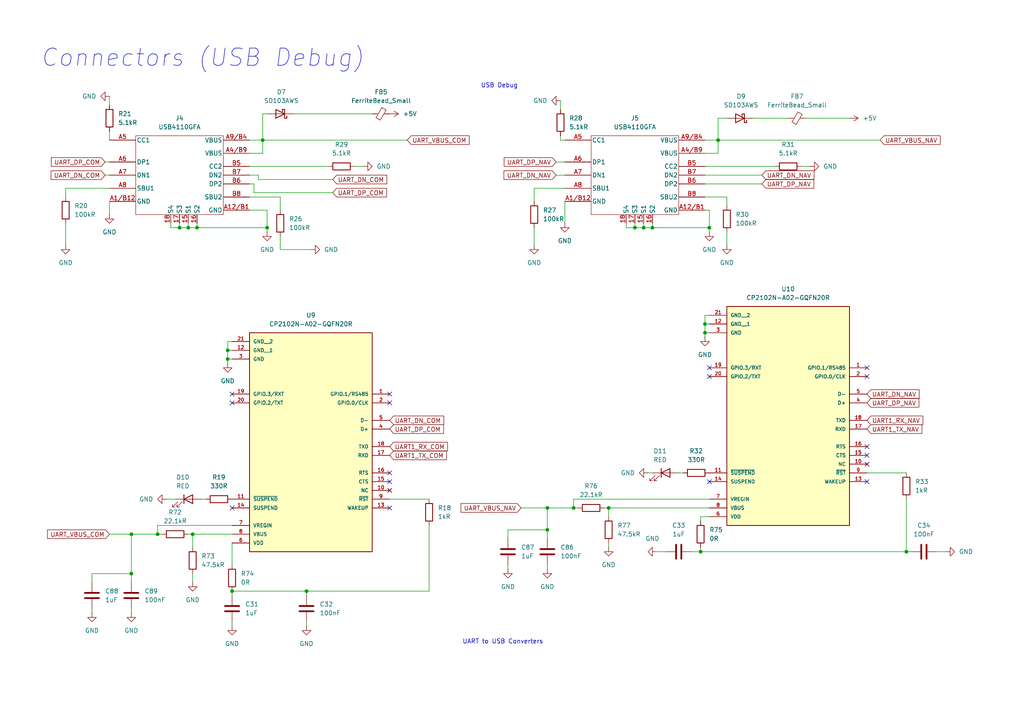
<source format=kicad_sch>
(kicad_sch (version 20231120) (generator "eeschema") (generator_version "8.0")
  (paper "A4")
  (title_block (title "Carte_Embarquée_CRAN_SEGULA") (date "28/03/2025") (rev "11/04/2025"))
  (lib_symbols
    (symbol "Capacitor_Unpolarized:C" (pin_numbers hide) (pin_names (offset 0.254))
      (property "Reference" "C" (at 0.635 2.54 0))
      (property "Value" "C" (at 0.635 -2.54 0))
      (symbol "C_0_1"
        (polyline (pts (xy -2.032 -0.762) (xy 2.032 -0.762)) (stroke (width 0.508)))
        (polyline (pts (xy -2.032 0.762) (xy 2.032 0.762)) (stroke (width 0.508)))
      )
      (symbol "C_1_1"
        (pin passive line (at 0 3.81 270) (length 2.794) (name "~") (number "1"))
        (pin passive line (at 0 -3.81 90) (length 2.794) (name "~") (number "2"))
      )
    )
    (symbol "LED:LED" (pin_numbers hide) (pin_names (offset 1.016) hide)
      (property "Reference" "D" (at 0 2.54 0))
      (property "Value" "LED" (at 0 -2.54 0))
      (symbol "LED_0_1"
        (polyline (pts (xy -1.27 -1.27) (xy -1.27 1.27)) (stroke (width 0.254)))
        (polyline (pts (xy -1.27 0) (xy 1.27 0)))
        (polyline (pts (xy 1.27 -1.27) (xy 1.27 1.27) (xy -1.27 0) (xy 1.27 -1.27)) (stroke (width 0.254)))
        (polyline (pts (xy -3.048 -0.762) (xy -4.572 -2.286) (xy -3.81 -2.286) (xy -4.572 -2.286) (xy -4.572 -1.524)))
        (polyline (pts (xy -1.778 -0.762) (xy -3.302 -2.286) (xy -2.54 -2.286) (xy -3.302 -2.286) (xy -3.302 -1.524)))
      )
      (symbol "LED_1_1"
        (pin passive line (at -3.81 0 0) (length 2.54) (name "K") (number "1"))
        (pin passive line (at 3.81 0 180) (length 2.54) (name "A") (number "2"))
      )
    )
    (symbol "Resistor:R" (pin_numbers hide) (pin_names (offset 0))
      (property "Reference" "R" (at 2.032 0 90))
      (property "Value" "R" (at 0 0 90))
      (symbol "R_0_1"
        (rectangle (start -1.016 -2.54) (end 1.016 2.54) (stroke (width 0.254)))
      )
      (symbol "R_1_1"
        (pin passive line (at 0 3.81 270) (length 1.27) (name "~") (number "1"))
        (pin passive line (at 0 -3.81 90) (length 1.27) (name "~") (number "2"))
      )
    )
    (symbol "UART_TO_USB_CP2102N-A02-GQFN20R:CP2102N-A02-GQFN20R" (pin_names (offset 1.016))
      (property "Reference" "U" (at -17.78 27.94 0))
      (property "Value" "CP2102N-A02-GQFN20R" (at -17.78 -38.1 0))
      (symbol "CP2102N-A02-GQFN20R_0_0"
        (rectangle (start -17.78 -35.56) (end 17.78 27.94) (stroke (width 0.254)) (fill (type background)))
        (pin bidirectional line (at -22.86 -17.78 0) (length 5.08) (name "GPIO.1/RS485") (number "1"))
        (pin no_connect line (at -22.86 10.16 0) (length 5.08) (name "NC") (number "10"))
        (pin output line (at 22.86 12.7 180) (length 5.08) (name "~{SUSPEND}") (number "11"))
        (pin power_in line (at 22.86 -30.48 180) (length 5.08) (name "GND__1") (number "12"))
        (pin input line (at -22.86 15.24 0) (length 5.08) (name "WAKEUP") (number "13"))
        (pin output line (at 22.86 15.24 180) (length 5.08) (name "SUSPEND") (number "14"))
        (pin input line (at -22.86 7.62 0) (length 5.08) (name "CTS") (number "15"))
        (pin output line (at -22.86 5.08 0) (length 5.08) (name "RTS") (number "16"))
        (pin input line (at -22.86 0 0) (length 5.08) (name "RXD") (number "17"))
        (pin output line (at -22.86 -2.54 0) (length 5.08) (name "TXD") (number "18"))
        (pin bidirectional line (at 22.86 -17.78 180) (length 5.08) (name "GPIO.3/RXT") (number "19"))
        (pin bidirectional line (at -22.86 -15.24 0) (length 5.08) (name "GPIO.0/CLK") (number "2"))
        (pin bidirectional line (at 22.86 -15.24 180) (length 5.08) (name "GPIO.2/TXT") (number "20"))
        (pin power_in line (at 22.86 -33.02 180) (length 5.08) (name "GND__2") (number "21"))
        (pin power_in line (at 22.86 -27.94 180) (length 5.08) (name "GND") (number "3"))
        (pin bidirectional line (at -22.86 -7.62 0) (length 5.08) (name "D+") (number "4"))
        (pin bidirectional line (at -22.86 -10.16 0) (length 5.08) (name "D-") (number "5"))
        (pin power_in line (at 22.86 25.4 180) (length 5.08) (name "VDD") (number "6"))
        (pin power_in line (at 22.86 20.32 180) (length 5.08) (name "VREGIN") (number "7"))
        (pin power_in line (at 22.86 22.86 180) (length 5.08) (name "VBUS") (number "8"))
        (pin input line (at -22.86 12.7 0) (length 5.08) (name "~{RST}") (number "9"))
      )
    )
    (symbol "USB4110GFA:USB4110-GF-A" (pin_names (offset 0.254))
      (property "Reference" "J" (at 20.32 10.16 0))
      (property "Value" "USB4110-GF-A" (at 20.32 7.62 0))
      (symbol "USB4110-GF-A_0_0"
        (pin power_out line (at 22.86 -20.32 90) (length 2.54) (name "S1") (number "15"))
        (pin power_out line (at 25.4 -20.32 90) (length 2.54) (name "S2") (number "16"))
        (pin power_out line (at 20.32 -20.32 90) (length 2.54) (name "S3") (number "17"))
        (pin power_out line (at 17.78 -20.32 90) (length 2.54) (name "S4") (number "18"))
      )
      (symbol "USB4110-GF-A_0_1"
        (polyline (pts (xy 7.62 -17.78) (xy 33.02 -17.78)) (stroke (width 0.127)))
        (polyline (pts (xy 7.62 5.08) (xy 7.62 -17.78)) (stroke (width 0.127)))
        (polyline (pts (xy 33.02 -17.78) (xy 33.02 5.08)) (stroke (width 0.127)))
        (polyline (pts (xy 33.02 5.08) (xy 7.62 5.08)) (stroke (width 0.127)))
        (pin power_out line (at 0 -13.97 0) (length 7.62) (name "GND") (number "A1/B12"))
        (pin power_out line (at 40.64 -16.51 180) (length 7.62) (name "GND") (number "A12/B1"))
        (pin power_in line (at 40.64 0 180) (length 7.62) (name "VBUS") (number "A4/B9"))
        (pin bidirectional line (at 0 3.81 0) (length 7.62) (name "CC1") (number "A5"))
        (pin bidirectional line (at 0 -2.54 0) (length 7.62) (name "DP1") (number "A6"))
        (pin bidirectional line (at 0 -6.35 0) (length 7.62) (name "DN1") (number "A7"))
        (pin bidirectional line (at 0 -10.16 0) (length 7.62) (name "SBU1") (number "A8"))
        (pin power_in line (at 40.64 3.81 180) (length 7.62) (name "VBUS") (number "A9/B4"))
        (pin bidirectional line (at 40.64 -3.81 180) (length 7.62) (name "CC2") (number "B5"))
        (pin bidirectional line (at 40.64 -8.89 180) (length 7.62) (name "DP2") (number "B6"))
        (pin bidirectional line (at 40.64 -6.35 180) (length 7.62) (name "DN2") (number "B7"))
        (pin bidirectional line (at 40.64 -12.7 180) (length 7.62) (name "SBU2") (number "B8"))
      )
    )
    (symbol "ferritebead_small:FerriteBead_Small" (pin_numbers hide) (pin_names (offset 0))
      (property "Reference" "FB" (at 1.905 1.27 0))
      (property "Value" "FerriteBead_Small" (at 1.905 -1.27 0))
      (symbol "FerriteBead_Small_0_1"
        (polyline (pts (xy 0 -1.27) (xy 0 -0.7874)))
        (polyline (pts (xy 0 0.889) (xy 0 1.2954)))
        (polyline (pts (xy -1.8288 0.2794) (xy -1.1176 1.4986) (xy 1.8288 -0.2032) (xy 1.1176 -1.4224) (xy -1.8288 0.2794)))
      )
      (symbol "FerriteBead_Small_1_1"
        (pin passive line (at 0 2.54 270) (length 1.27) (name "~") (number "1"))
        (pin passive line (at 0 -2.54 90) (length 1.27) (name "~") (number "2"))
      )
    )
    (symbol "power:+5V" (power) (pin_numbers hide) (pin_names (offset 0) hide)
      (property "Value" "+5V" (at 0 3.556 0))
      (symbol "+5V_0_1"
        (polyline (pts (xy -0.762 1.27) (xy 0 2.54)))
        (polyline (pts (xy 0 0) (xy 0 2.54)))
        (polyline (pts (xy 0 2.54) (xy 0.762 1.27)))
      )
      (symbol "+5V_1_1"
        (pin power_in line (at 0 0 90) (length 0) (name "~") (number "1"))
      )
    )
    (symbol "power:GND" (power) (pin_numbers hide) (pin_names (offset 0) hide)
      (property "Value" "GND" (at 0 -3.81 0))
      (symbol "GND_0_1"
        (polyline (pts (xy 0 0) (xy 0 -1.27) (xy 1.27 -1.27) (xy 0 -2.54) (xy -1.27 -1.27) (xy 0 -1.27)))
      )
      (symbol "GND_1_1"
        (pin power_in line (at 0 0 270) (length 0) (name "~") (number "1"))
      )
    )
    (symbol "schottky_SD103AWS:D_Schottky" (pin_numbers hide) (pin_names (offset 1.016) hide)
      (property "Reference" "D3" (at 0 -5.4864 0))
      (property "Value" "SD103AWS" (at 0 -3.175 0))
      (symbol "D_Schottky_0_1"
        (polyline (pts (xy 1.27 0) (xy -1.27 0)))
        (polyline (pts (xy 1.27 1.27) (xy 1.27 -1.27) (xy -1.27 0) (xy 1.27 1.27)) (stroke (width 0.254)))
        (polyline (pts (xy -1.905 0.635) (xy -1.905 1.27) (xy -1.27 1.27) (xy -1.27 -1.27) (xy -0.635 -1.27) (xy -0.635 -0.635)) (stroke (width 0.254)))
      )
      (symbol "D_Schottky_1_1"
        (pin passive line (at -3.81 0 0) (length 2.54) (name "K") (number "1"))
        (pin passive line (at 3.81 0 180) (length 2.54) (name "A") (number "2"))
      )
    )
  )
  (junction (at 88.9 171.45))
  (junction (at 186.69 66.04))
  (junction (at 38.1 154.94))
  (junction (at 54.61 66.04))
  (junction (at 158.75 147.32))
  (junction (at 205.74 66.04))
  (junction (at 208.28 40.64))
  (junction (at 66.04 104.14))
  (junction (at 203.2 160.02))
  (junction (at 189.23 66.04))
  (junction (at 45.72 154.94))
  (junction (at 77.47 66.04))
  (junction (at 204.47 96.52))
  (junction (at 166.37 147.32))
  (junction (at 184.15 66.04))
  (junction (at 262.89 160.02))
  (junction (at 57.15 66.04))
  (junction (at 176.53 147.32))
  (junction (at 158.75 153.67))
  (junction (at 52.07 66.04))
  (junction (at 67.31 171.45))
  (junction (at 66.04 101.6))
  (junction (at 76.2 40.64))
  (junction (at 38.1 166.37))
  (junction (at 55.88 154.94))
  (junction (at 204.47 93.98))
  (no_connect (at 113.03 139.7))
  (no_connect (at 251.46 109.22))
  (no_connect (at 205.74 139.7))
  (no_connect (at 251.46 132.08))
  (no_connect (at 113.03 147.32))
  (no_connect (at 251.46 106.68))
  (no_connect (at 67.31 147.32))
  (no_connect (at 251.46 139.7))
  (no_connect (at 67.31 116.84))
  (no_connect (at 113.03 137.16))
  (no_connect (at 251.46 129.54))
  (no_connect (at 251.46 134.62))
  (no_connect (at 113.03 116.84))
  (no_connect (at 205.74 109.22))
  (no_connect (at 205.74 106.68))
  (no_connect (at 113.03 114.3))
  (no_connect (at 67.31 114.3))
  (no_connect (at 113.03 142.24))
  (wire (pts (xy 77.47 60.96) (xy 77.47 66.04)))
  (wire (pts (xy 208.28 40.64) (xy 208.28 44.45)))
  (wire (pts (xy 57.15 66.04) (xy 57.15 64.77)))
  (wire (pts (xy 166.37 144.78) (xy 166.37 147.32)))
  (wire (pts (xy 205.74 60.96) (xy 204.47 60.96)))
  (wire (pts (xy 186.69 66.04) (xy 186.69 64.77)))
  (wire (pts (xy 204.47 44.45) (xy 208.28 44.45)))
  (wire (pts (xy 76.2 40.64) (xy 118.11 40.64)))
  (wire (pts (xy 204.47 40.64) (xy 208.28 40.64)))
  (wire (pts (xy 208.28 34.29) (xy 208.28 40.64)))
  (wire (pts (xy 66.04 99.06) (xy 67.31 99.06)))
  (wire (pts (xy 264.16 160.02) (xy 262.89 160.02)))
  (wire (pts (xy 38.1 154.94) (xy 45.72 154.94)))
  (wire (pts (xy 158.75 156.21) (xy 158.75 153.67)))
  (wire (pts (xy 76.2 40.64) (xy 76.2 44.45)))
  (wire (pts (xy 72.39 48.26) (xy 95.25 48.26)))
  (wire (pts (xy 181.61 66.04) (xy 184.15 66.04)))
  (wire (pts (xy 176.53 157.48) (xy 176.53 158.75)))
  (wire (pts (xy 57.15 66.04) (xy 77.47 66.04)))
  (wire (pts (xy 204.47 48.26) (xy 224.79 48.26)))
  (wire (pts (xy 73.66 55.88) (xy 73.66 53.34)))
  (wire (pts (xy 54.61 66.04) (xy 54.61 64.77)))
  (wire (pts (xy 31.75 58.42) (xy 31.75 62.23)))
  (wire (pts (xy 166.37 147.32) (xy 167.64 147.32)))
  (wire (pts (xy 205.74 144.78) (xy 166.37 144.78)))
  (wire (pts (xy 158.75 165.1) (xy 158.75 163.83)))
  (wire (pts (xy 66.04 105.41) (xy 66.04 104.14)))
  (wire (pts (xy 208.28 40.64) (xy 255.27 40.64)))
  (wire (pts (xy 85.09 33.02) (xy 107.95 33.02)))
  (wire (pts (xy 49.53 66.04) (xy 49.53 64.77)))
  (wire (pts (xy 72.39 40.64) (xy 76.2 40.64)))
  (wire (pts (xy 74.93 52.07) (xy 74.93 50.8)))
  (wire (pts (xy 74.93 52.07) (xy 96.52 52.07)))
  (wire (pts (xy 73.66 53.34) (xy 72.39 53.34)))
  (wire (pts (xy 189.23 66.04) (xy 205.74 66.04)))
  (wire (pts (xy 19.05 64.77) (xy 19.05 71.12)))
  (wire (pts (xy 30.48 46.99) (xy 31.75 46.99)))
  (wire (pts (xy 158.75 153.67) (xy 158.75 147.32)))
  (wire (pts (xy 210.82 67.31) (xy 210.82 71.12)))
  (wire (pts (xy 162.56 39.37) (xy 162.56 40.64)))
  (wire (pts (xy 76.2 33.02) (xy 76.2 40.64)))
  (wire (pts (xy 204.47 91.44) (xy 205.74 91.44)))
  (wire (pts (xy 147.32 153.67) (xy 158.75 153.67)))
  (wire (pts (xy 176.53 147.32) (xy 205.74 147.32)))
  (wire (pts (xy 38.1 177.8) (xy 38.1 176.53)))
  (wire (pts (xy 55.88 154.94) (xy 55.88 158.75)))
  (wire (pts (xy 30.48 50.8) (xy 31.75 50.8)))
  (wire (pts (xy 26.67 168.91) (xy 26.67 166.37)))
  (wire (pts (xy 49.53 66.04) (xy 52.07 66.04)))
  (wire (pts (xy 176.53 147.32) (xy 176.53 149.86)))
  (wire (pts (xy 186.69 66.04) (xy 189.23 66.04)))
  (wire (pts (xy 113.03 144.78) (xy 124.46 144.78)))
  (wire (pts (xy 163.83 40.64) (xy 162.56 40.64)))
  (wire (pts (xy 161.29 46.99) (xy 163.83 46.99)))
  (wire (pts (xy 154.94 54.61) (xy 163.83 54.61)))
  (wire (pts (xy 102.87 48.26) (xy 105.41 48.26)))
  (wire (pts (xy 67.31 171.45) (xy 88.9 171.45)))
  (wire (pts (xy 204.47 93.98) (xy 204.47 91.44)))
  (wire (pts (xy 151.13 147.32) (xy 158.75 147.32)))
  (wire (pts (xy 124.46 171.45) (xy 88.9 171.45)))
  (wire (pts (xy 204.47 96.52) (xy 205.74 96.52)))
  (wire (pts (xy 205.74 67.31) (xy 205.74 66.04)))
  (wire (pts (xy 203.2 149.86) (xy 205.74 149.86)))
  (wire (pts (xy 204.47 53.34) (xy 220.98 53.34)))
  (wire (pts (xy 55.88 166.37) (xy 55.88 168.91)))
  (wire (pts (xy 26.67 166.37) (xy 38.1 166.37)))
  (wire (pts (xy 262.89 144.78) (xy 262.89 160.02)))
  (wire (pts (xy 67.31 181.61) (xy 67.31 180.34)))
  (wire (pts (xy 81.28 72.39) (xy 90.17 72.39)))
  (wire (pts (xy 31.75 27.94) (xy 31.75 30.48)))
  (wire (pts (xy 67.31 157.48) (xy 67.31 163.83)))
  (wire (pts (xy 163.83 58.42) (xy 163.83 64.77)))
  (wire (pts (xy 181.61 66.04) (xy 181.61 64.77)))
  (wire (pts (xy 200.66 160.02) (xy 203.2 160.02)))
  (wire (pts (xy 48.26 144.78) (xy 50.8 144.78)))
  (wire (pts (xy 251.46 137.16) (xy 262.89 137.16)))
  (wire (pts (xy 190.5 160.02) (xy 193.04 160.02)))
  (wire (pts (xy 205.74 60.96) (xy 205.74 66.04)))
  (wire (pts (xy 19.05 57.15) (xy 19.05 54.61)))
  (wire (pts (xy 66.04 101.6) (xy 67.31 101.6)))
  (wire (pts (xy 81.28 68.58) (xy 81.28 72.39)))
  (wire (pts (xy 38.1 168.91) (xy 38.1 166.37)))
  (wire (pts (xy 184.15 66.04) (xy 186.69 66.04)))
  (wire (pts (xy 161.29 50.8) (xy 163.83 50.8)))
  (wire (pts (xy 233.68 34.29) (xy 246.38 34.29)))
  (wire (pts (xy 232.41 48.26) (xy 234.95 48.26)))
  (wire (pts (xy 203.2 160.02) (xy 262.89 160.02)))
  (wire (pts (xy 204.47 57.15) (xy 210.82 57.15)))
  (wire (pts (xy 77.47 66.04) (xy 77.47 67.31)))
  (wire (pts (xy 66.04 101.6) (xy 66.04 99.06)))
  (wire (pts (xy 76.2 33.02) (xy 77.47 33.02)))
  (wire (pts (xy 204.47 97.79) (xy 204.47 96.52)))
  (wire (pts (xy 204.47 93.98) (xy 205.74 93.98)))
  (wire (pts (xy 147.32 156.21) (xy 147.32 153.67)))
  (wire (pts (xy 203.2 158.75) (xy 203.2 160.02)))
  (wire (pts (xy 196.85 137.16) (xy 198.12 137.16)))
  (wire (pts (xy 147.32 165.1) (xy 147.32 163.83)))
  (wire (pts (xy 189.23 66.04) (xy 189.23 64.77)))
  (wire (pts (xy 203.2 149.86) (xy 203.2 151.13)))
  (wire (pts (xy 45.72 154.94) (xy 46.99 154.94)))
  (wire (pts (xy 274.32 160.02) (xy 271.78 160.02)))
  (wire (pts (xy 88.9 171.45) (xy 88.9 172.72)))
  (wire (pts (xy 88.9 181.61) (xy 88.9 180.34)))
  (wire (pts (xy 26.67 177.8) (xy 26.67 176.53)))
  (wire (pts (xy 154.94 58.42) (xy 154.94 54.61)))
  (wire (pts (xy 19.05 54.61) (xy 31.75 54.61)))
  (wire (pts (xy 31.75 154.94) (xy 38.1 154.94)))
  (wire (pts (xy 162.56 29.21) (xy 162.56 31.75)))
  (wire (pts (xy 184.15 66.04) (xy 184.15 64.77)))
  (wire (pts (xy 54.61 66.04) (xy 57.15 66.04)))
  (wire (pts (xy 210.82 57.15) (xy 210.82 59.69)))
  (wire (pts (xy 55.88 154.94) (xy 67.31 154.94)))
  (wire (pts (xy 72.39 57.15) (xy 81.28 57.15)))
  (wire (pts (xy 176.53 147.32) (xy 175.26 147.32)))
  (wire (pts (xy 66.04 104.14) (xy 66.04 101.6)))
  (wire (pts (xy 66.04 104.14) (xy 67.31 104.14)))
  (wire (pts (xy 73.66 55.88) (xy 96.52 55.88)))
  (wire (pts (xy 72.39 44.45) (xy 76.2 44.45)))
  (wire (pts (xy 45.72 152.4) (xy 45.72 154.94)))
  (wire (pts (xy 67.31 152.4) (xy 45.72 152.4)))
  (wire (pts (xy 81.28 57.15) (xy 81.28 60.96)))
  (wire (pts (xy 31.75 38.1) (xy 31.75 40.64)))
  (wire (pts (xy 204.47 96.52) (xy 204.47 93.98)))
  (wire (pts (xy 158.75 147.32) (xy 166.37 147.32)))
  (wire (pts (xy 154.94 66.04) (xy 154.94 71.12)))
  (wire (pts (xy 67.31 171.45) (xy 67.31 172.72)))
  (wire (pts (xy 58.42 144.78) (xy 59.69 144.78)))
  (wire (pts (xy 38.1 154.94) (xy 38.1 166.37)))
  (wire (pts (xy 72.39 50.8) (xy 74.93 50.8)))
  (wire (pts (xy 54.61 154.94) (xy 55.88 154.94)))
  (wire (pts (xy 208.28 34.29) (xy 210.82 34.29)))
  (wire (pts (xy 52.07 66.04) (xy 54.61 66.04)))
  (wire (pts (xy 204.47 50.8) (xy 220.98 50.8)))
  (wire (pts (xy 124.46 152.4) (xy 124.46 171.45)))
  (wire (pts (xy 52.07 66.04) (xy 52.07 64.77)))
  (wire (pts (xy 218.44 34.29) (xy 228.6 34.29)))
  (wire (pts (xy 187.96 137.16) (xy 189.23 137.16)))
  (wire (pts (xy 72.39 60.96) (xy 77.47 60.96)))
  (text "UART to USB Converters" (at 134.112 186.944 0) (effects (font (size 1.27 1.27)) (justify left bottom)))
  (text "USB Debug" (at 139.446 25.654 0) (effects (font (size 1.27 1.27)) (justify left bottom)))
  (text "Connectors (USB Debug)" (at 11.684 19.812 0) (effects (font (size 5.0038 5.0038) (italic yes)) (justify left bottom)))
  (global_label "UART_DN_COM" (shape input) (at 96.52 52.07 0) (property "Intersheetrefs" "${INTERSHEET_REFS}" (effects (hide yes))))
  (global_label "UART_DP_NAV" (shape input) (at 161.29 46.99 180) (property "Intersheetrefs" "${INTERSHEET_REFS}" (effects (hide yes))))
  (global_label "UART_DP_COM" (shape input) (at 113.03 124.46 0) (property "Intersheetrefs" "${INTERSHEET_REFS}" (effects (hide yes))))
  (global_label "UART_DP_COM" (shape input) (at 30.48 46.99 180) (property "Intersheetrefs" "${INTERSHEET_REFS}" (effects (hide yes))))
  (global_label "UART1_TX_NAV" (shape input) (at 251.46 124.46 0) (property "Intersheetrefs" "${INTERSHEET_REFS}" (effects (hide yes))))
  (global_label "UART_VBUS_NAV" (shape input) (at 151.13 147.32 180) (property "Intersheetrefs" "${INTERSHEET_REFS}" (effects (hide yes))))
  (global_label "UART1_TX_COM" (shape input) (at 113.03 132.08 0) (property "Intersheetrefs" "${INTERSHEET_REFS}" (effects (hide yes))))
  (global_label "UART_VBUS_COM" (shape input) (at 31.75 154.94 180) (property "Intersheetrefs" "${INTERSHEET_REFS}" (effects (hide yes))))
  (global_label "UART_DP_COM" (shape input) (at 96.52 55.88 0) (property "Intersheetrefs" "${INTERSHEET_REFS}" (effects (hide yes))))
  (global_label "UART_DN_NAV" (shape input) (at 161.29 50.8 180) (property "Intersheetrefs" "${INTERSHEET_REFS}" (effects (hide yes))))
  (global_label "UART_DN_COM" (shape input) (at 30.48 50.8 180) (property "Intersheetrefs" "${INTERSHEET_REFS}" (effects (hide yes))))
  (global_label "UART_DP_NAV" (shape input) (at 251.46 116.84 0) (property "Intersheetrefs" "${INTERSHEET_REFS}" (effects (hide yes))))
  (global_label "UART_DN_NAV" (shape input) (at 251.46 114.3 0) (property "Intersheetrefs" "${INTERSHEET_REFS}" (effects (hide yes))))
  (global_label "UART_DN_COM" (shape input) (at 113.03 121.92 0) (property "Intersheetrefs" "${INTERSHEET_REFS}" (effects (hide yes))))
  (global_label "UART_VBUS_COM" (shape input) (at 118.11 40.64 0) (property "Intersheetrefs" "${INTERSHEET_REFS}" (effects (hide yes))))
  (global_label "UART_DN_NAV" (shape input) (at 220.98 50.8 0) (property "Intersheetrefs" "${INTERSHEET_REFS}" (effects (hide yes))))
  (global_label "UART_DP_NAV" (shape input) (at 220.98 53.34 0) (property "Intersheetrefs" "${INTERSHEET_REFS}" (effects (hide yes))))
  (global_label "UART1_RX_NAV" (shape input) (at 251.46 121.92 0) (property "Intersheetrefs" "${INTERSHEET_REFS}" (effects (hide yes))))
  (global_label "UART1_RX_COM" (shape input) (at 113.03 129.54 0) (property "Intersheetrefs" "${INTERSHEET_REFS}" (effects (hide yes))))
  (global_label "UART_VBUS_NAV" (shape input) (at 255.27 40.64 0) (property "Intersheetrefs" "${INTERSHEET_REFS}" (effects (hide yes))))
  (symbol (lib_id "Resistor:R") (at 210.82 63.5 0) (unit 1)
    (property "Reference" "R30" (at 213.36 62.2299 0) (effects (justify left)))
    (property "Value" "100kR" (at 213.36 64.7699 0) (effects (justify left)))
    (property "Footprint" "Resistor_100kR_ERJ-2RKF1003X:RES_ERJ2RKF1003X" (effects (hide yes)))
    (property "Datasheet" "ERJ-2RKF1003X" (effects (hide yes)))
    (property "Description" "Resistor ERJ-2RKF1003X" (effects (hide yes)))
  )
  (symbol (lib_id "Resistor:R") (at 55.88 162.56 0) (unit 1)
    (property "Reference" "R73" (at 58.42 161.2899 0) (effects (justify left)))
    (property "Value" "47.5kR" (at 58.42 163.8299 0) (effects (justify left)))
    (property "Footprint" "Resistor_47_5kR_ERJ-2RKF4752X:RESC1005X40N" (effects (hide yes)))
    (property "Datasheet" "ERJ-2RKF4752X" (effects (hide yes)))
    (property "Description" "Resistor ERJ-2RKF4752X" (effects (hide yes)))
  )
  (symbol (lib_id "power:GND") (at 55.88 168.91 0) (unit 1)
    (property "Reference" "#PWR184" (effects (hide yes)))
    (property "Value" "GND" (at 55.88 173.99 0))
    (property "Description" "Power symbol creates a global label with name \"GND\" , ground" (effects (hide yes)))
  )
  (symbol (lib_id "ferritebead_small:FerriteBead_Small") (at 110.49 33.02 270) (unit 1)
    (property "Reference" "FB5" (at 110.5281 26.67 90))
    (property "Value" "FerriteBead_Small" (at 110.5281 29.21 90))
    (property "Footprint" "FERRITE_BEAD_120_OHM_0402_4LN_MPZ1005S121HT000:L_0402_1005Metric" (effects (hide yes)))
    (property "Description" "Ferrite bead, small symbol" (effects (hide yes)))
  )
  (symbol (lib_id "Resistor:R") (at 201.93 137.16 90) (unit 1)
    (property "Reference" "R32" (at 201.93 130.81 90))
    (property "Value" "330R" (at 201.93 133.35 90))
    (property "Footprint" "Resistor_330R_ERJ-PA3D3300V:RES_ERJPA3D3300V" (effects (hide yes)))
    (property "Datasheet" "ERJ-PA3D3300V" (effects (hide yes)))
    (property "Description" "Resistor ERJ-PA3D3300V" (effects (hide yes)))
  )
  (symbol (lib_id "power:GND") (at 158.75 165.1 0) (unit 1)
    (property "Reference" "#PWR187" (effects (hide yes)))
    (property "Value" "GND" (at 158.75 170.18 0))
    (property "Description" "Power symbol creates a global label with name \"GND\" , ground" (effects (hide yes)))
  )
  (symbol (lib_id "power:GND") (at 234.95 48.26 90) (unit 1)
    (property "Reference" "#PWR85" (effects (hide yes)))
    (property "Value" "GND" (at 238.76 48.2599 90) (effects (justify right)))
    (property "Description" "Power symbol creates a global label with name \"GND\" , ground" (effects (hide yes)))
  )
  (symbol (lib_id "Resistor:R") (at 81.28 64.77 0) (unit 1)
    (property "Reference" "R26" (at 83.82 63.4999 0) (effects (justify left)))
    (property "Value" "100kR" (at 83.82 66.0399 0) (effects (justify left)))
    (property "Footprint" "Resistor_100kR_ERJ-2RKF1003X:RES_ERJ2RKF1003X" (effects (hide yes)))
    (property "Datasheet" "ERJ-2RKF1003X" (effects (hide yes)))
    (property "Description" "Resistor ERJ-2RKF1003X" (effects (hide yes)))
  )
  (symbol (lib_id "LED:LED") (at 54.61 144.78 0) (unit 1)
    (property "Reference" "D10" (at 53.0225 138.43 0))
    (property "Value" "RED" (at 53.0225 140.97 0))
    (property "Footprint" "LED_Red_5990010007F:599-0001-007F_DIA" (effects (hide yes)))
    (property "Datasheet" "5990010007F" (effects (hide yes)))
    (property "Description" "Light emitting diode 5990010007F" (effects (hide yes)))
  )
  (symbol (lib_id "Resistor:R") (at 162.56 35.56 0) (unit 1)
    (property "Reference" "R28" (at 165.1 34.2899 0) (effects (justify left)))
    (property "Value" "5.1kR" (at 165.1 36.8299 0) (effects (justify left)))
    (property "Footprint" "Resistor_5_1kR_ERJ-2RKF5101X:RES_ERJ2RKF5101X" (effects (hide yes)))
    (property "Datasheet" "ERJ-2RKF5101X" (effects (hide yes)))
    (property "Description" "Resistor ERJ-2RKF5101X" (effects (hide yes)))
  )
  (symbol (lib_id "Resistor:R") (at 67.31 167.64 0) (unit 1)
    (property "Reference" "R74" (at 69.85 166.3699 0) (effects (justify left)))
    (property "Value" "0R" (at 69.85 168.9099 0) (effects (justify left)))
    (property "Footprint" "Resistor_0R_RCS06030000Z0EC:RESC1508X50N" (effects (hide yes)))
    (property "Datasheet" "RCS06030000Z0EC" (effects (hide yes)))
    (property "Description" "Resistor RCS06030000Z0EC" (effects (hide yes)))
  )
  (symbol (lib_id "power:GND") (at 190.5 160.02 270) (unit 1)
    (property "Reference" "#PWR93" (effects (hide yes)))
    (property "Value" "GND" (at 189.23 156.21 90))
    (property "Description" "Power symbol creates a global label with name \"GND\" , ground" (effects (hide yes)))
  )
  (symbol (lib_id "Resistor:R") (at 171.45 147.32 90) (unit 1)
    (property "Reference" "R76" (at 171.45 140.97 90))
    (property "Value" "22.1kR" (at 171.45 143.51 90))
    (property "Footprint" "Resistor_22_1kR_RC0402FR-0722K1L:RESC1005X40N" (effects (hide yes)))
    (property "Datasheet" "RC0402FR-0722K1L" (effects (hide yes)))
    (property "Description" "Resistor RC0402FR-0722K1L" (effects (hide yes)))
  )
  (symbol (lib_id "Capacitor_Unpolarized:C") (at 88.9 176.53 0) (unit 1)
    (property "Reference" "C32" (at 92.71 175.2599 0) (effects (justify left)))
    (property "Value" "100nF" (at 92.71 177.7999 0) (effects (justify left)))
    (property "Footprint" "Capacitor_100nF_GRM155C71H104JE19D:CAPC1005X55N" (effects (hide yes)))
    (property "Datasheet" "GRM155C71H104JE19D" (effects (hide yes)))
    (property "Description" "Unpolarized capacitor GRM155C71H104JE19D" (effects (hide yes)))
  )
  (symbol (lib_id "Capacitor_Unpolarized:C") (at 67.31 176.53 0) (unit 1)
    (property "Reference" "C31" (at 71.12 175.2599 0) (effects (justify left)))
    (property "Value" "1uF" (at 71.12 177.7999 0) (effects (justify left)))
    (property "Footprint" "Capacitor_1uF_C0603C105Z3VACTU:CAPC17595_90N_KEM" (effects (hide yes)))
    (property "Datasheet" "C1608X5R1E105K080AC" (effects (hide yes)))
    (property "Description" "Unpolarized capacitor C1608X5R1E105K080AC" (effects (hide yes)))
  )
  (symbol (lib_id "power:GND") (at 187.96 137.16 270) (unit 1)
    (property "Reference" "#PWR91" (effects (hide yes)))
    (property "Value" "GND" (at 184.15 137.1599 90) (effects (justify right)))
    (property "Description" "Power symbol creates a global label with name \"GND\" , ground" (effects (hide yes)))
  )
  (symbol (lib_id "schottky_SD103AWS:D_Schottky") (at 214.63 34.29 180) (unit 1)
    (property "Reference" "D9" (at 214.9475 27.94 0))
    (property "Value" "SD103AWS" (at 214.9475 30.48 0))
    (property "Footprint" "D_Schottky_SD103AWS:D_SOD-323" (effects (hide yes)))
  )
  (symbol (lib_id "Capacitor_Unpolarized:C") (at 158.75 160.02 0) (unit 1)
    (property "Reference" "C86" (at 162.56 158.7499 0) (effects (justify left)))
    (property "Value" "100nF" (at 162.56 161.2899 0) (effects (justify left)))
    (property "Footprint" "Capacitor_100nF_GRM155C71H104JE19D:CAPC1005X55N" (effects (hide yes)))
    (property "Datasheet" "GRM155C71H104JE19D" (effects (hide yes)))
    (property "Description" "Unpolarized capacitor GRM155C71H104JE19D" (effects (hide yes)))
  )
  (symbol (lib_id "Resistor:R") (at 63.5 144.78 90) (unit 1)
    (property "Reference" "R19" (at 63.5 138.43 90))
    (property "Value" "330R" (at 63.5 140.97 90))
    (property "Footprint" "Resistor_330R_ERJ-PA3D3300V:RES_ERJPA3D3300V" (effects (hide yes)))
    (property "Datasheet" "ERJ-PA3D3300V" (effects (hide yes)))
    (property "Description" "Resistor ERJ-PA3D3300V" (effects (hide yes)))
  )
  (symbol (lib_id "power:GND") (at 90.17 72.39 90) (unit 1)
    (property "Reference" "#PWR78" (effects (hide yes)))
    (property "Value" "GND" (at 93.98 72.3899 90) (effects (justify right)))
    (property "Description" "Power symbol creates a global label with name \"GND\" , ground" (effects (hide yes)))
  )
  (symbol (lib_id "power:GND") (at 77.47 67.31 0) (unit 1)
    (property "Reference" "#PWR77" (effects (hide yes)))
    (property "Value" "GND" (at 77.47 72.39 0))
    (property "Description" "Power symbol creates a global label with name \"GND\" , ground" (effects (hide yes)))
  )
  (symbol (lib_id "power:GND") (at 31.75 62.23 0) (unit 1)
    (property "Reference" "#PWR100" (effects (hide yes)))
    (property "Value" "GND" (at 31.75 67.31 0))
    (property "Description" "Power symbol creates a global label with name \"GND\" , ground" (effects (hide yes)))
  )
  (symbol (lib_id "Capacitor_Unpolarized:C") (at 196.85 160.02 270) (unit 1)
    (property "Reference" "C33" (at 196.85 152.4 90))
    (property "Value" "1uF" (at 196.85 154.94 90))
    (property "Footprint" "Capacitor_1uF_C0603C105Z3VACTU:CAPC17595_90N_KEM" (effects (hide yes)))
    (property "Datasheet" "C1608X5R1E105K080AC" (effects (hide yes)))
    (property "Description" "Unpolarized capacitor C1608X5R1E105K080AC" (effects (hide yes)))
  )
  (symbol (lib_id "power:GND") (at 38.1 177.8 0) (unit 1)
    (property "Reference" "#PWR189" (effects (hide yes)))
    (property "Value" "GND" (at 38.1 182.88 0))
    (property "Description" "Power symbol creates a global label with name \"GND\" , ground" (effects (hide yes)))
  )
  (symbol (lib_id "Capacitor_Unpolarized:C") (at 38.1 172.72 0) (unit 1)
    (property "Reference" "C89" (at 41.91 171.4499 0) (effects (justify left)))
    (property "Value" "100nF" (at 41.91 173.9899 0) (effects (justify left)))
    (property "Footprint" "Capacitor_100nF_GRM155C71H104JE19D:CAPC1005X55N" (effects (hide yes)))
    (property "Datasheet" "GRM155C71H104JE19D" (effects (hide yes)))
    (property "Description" "Unpolarized capacitor GRM155C71H104JE19D" (effects (hide yes)))
  )
  (symbol (lib_id "power:GND") (at 66.04 105.41 0) (unit 1)
    (property "Reference" "#PWR87" (effects (hide yes)))
    (property "Value" "GND" (at 66.04 110.49 0))
    (property "Description" "Power symbol creates a global label with name \"GND\" , ground" (effects (hide yes)))
  )
  (symbol (lib_id "Capacitor_Unpolarized:C") (at 26.67 172.72 0) (unit 1)
    (property "Reference" "C88" (at 30.48 171.4499 0) (effects (justify left)))
    (property "Value" "1uF" (at 30.48 173.9899 0) (effects (justify left)))
    (property "Footprint" "Capacitor_1uF_C0603C105Z3VACTU:CAPC17595_90N_KEM" (effects (hide yes)))
    (property "Datasheet" "C1608X5R1E105K080AC" (effects (hide yes)))
    (property "Description" "Unpolarized capacitor C1608X5R1E105K080AC" (effects (hide yes)))
  )
  (symbol (lib_id "power:GND") (at 67.31 181.61 0) (unit 1)
    (property "Reference" "#PWR88" (effects (hide yes)))
    (property "Value" "GND" (at 67.31 186.69 0))
    (property "Description" "Power symbol creates a global label with name \"GND\" , ground" (effects (hide yes)))
  )
  (symbol (lib_id "UART_TO_USB_CP2102N-A02-GQFN20R:CP2102N-A02-GQFN20R") (at 228.6 124.46 180) (unit 1)
    (property "Reference" "U10" (at 228.6 83.82 0))
    (property "Value" "CP2102N-A02-GQFN20R" (at 228.6 86.36 0))
    (property "Footprint" "UART_TO_USB_CP2102N-A02-GQFN20R:QFN20_SIL" (effects (hide yes)))
    (property "Description" "CP2102N-A02-GQFN20R" (effects (hide yes)))
    (property "PARTREV" "1.3" (effects (hide yes)))
    (property "STANDARD" "Manufacturer Recommendations" (effects (hide yes)))
    (property "MAXIMUM_PACKAGE_HIEGHT" "0.8mm" (effects (hide yes)))
    (property "MANUFACTURER" "SILICON LABS" (effects (hide yes)))
  )
  (symbol (lib_id "power:GND") (at 26.67 177.8 0) (unit 1)
    (property "Reference" "#PWR188" (effects (hide yes)))
    (property "Value" "GND" (at 26.67 182.88 0))
    (property "Description" "Power symbol creates a global label with name \"GND\" , ground" (effects (hide yes)))
  )
  (symbol (lib_id "power:GND") (at 176.53 158.75 0) (unit 1)
    (property "Reference" "#PWR185" (effects (hide yes)))
    (property "Value" "GND" (at 176.53 163.83 0))
    (property "Description" "Power symbol creates a global label with name \"GND\" , ground" (effects (hide yes)))
  )
  (symbol (lib_id "power:GND") (at 19.05 71.12 0) (unit 1)
    (property "Reference" "#PWR75" (effects (hide yes)))
    (property "Value" "GND" (at 19.05 76.2 0))
    (property "Description" "Power symbol creates a global label with name \"GND\" , ground" (effects (hide yes)))
  )
  (symbol (lib_id "schottky_SD103AWS:D_Schottky") (at 81.28 33.02 180) (unit 1)
    (property "Reference" "D7" (at 81.5975 26.67 0))
    (property "Value" "SD103AWS" (at 81.5975 29.21 0))
    (property "Footprint" "D_Schottky_SD103AWS:D_SOD-323" (effects (hide yes)))
  )
  (symbol (lib_id "power:GND") (at 154.94 71.12 0) (unit 1)
    (property "Reference" "#PWR81" (effects (hide yes)))
    (property "Value" "GND" (at 154.94 76.2 0))
    (property "Description" "Power symbol creates a global label with name \"GND\" , ground" (effects (hide yes)))
  )
  (symbol (lib_id "Resistor:R") (at 31.75 34.29 0) (unit 1)
    (property "Reference" "R21" (at 34.29 33.0199 0) (effects (justify left)))
    (property "Value" "5.1kR" (at 34.29 35.5599 0) (effects (justify left)))
    (property "Footprint" "Resistor_5_1kR_ERJ-2RKF5101X:RES_ERJ2RKF5101X" (effects (hide yes)))
    (property "Datasheet" "ERJ-2RKF5101X" (effects (hide yes)))
    (property "Description" "Resistor ERJ-2RKF5101X" (effects (hide yes)))
  )
  (symbol (lib_id "Resistor:R") (at 262.89 140.97 0) (unit 1)
    (property "Reference" "R33" (at 265.43 139.6999 0) (effects (justify left)))
    (property "Value" "1kR" (at 265.43 142.2399 0) (effects (justify left)))
    (property "Footprint" "Resistor_1kR_RC0402FR-071KL:RESC1005X40N" (effects (hide yes)))
    (property "Datasheet" "RC0402FR-071KL" (effects (hide yes)))
    (property "Description" "Resistor RC0402FR-071KL" (effects (hide yes)))
  )
  (symbol (lib_id "USB4110GFA:USB4110-GF-A") (at 163.83 44.45 0) (unit 1)
    (property "Reference" "J5" (at 184.15 34.29 0))
    (property "Value" "USB4110GFA" (at 184.15 36.83 0))
    (property "Footprint" "USB4110-GF-A_GCT" (effects (hide yes)))
    (property "Datasheet" "USB4110-GF-A" (effects (hide yes)))
    (property "MF" "GCT" (effects (hide yes)))
    (property "Description_1" "USB-C (USB TYPE-C) USB 2.0 Receptacle Connector 24 (16+8 Dummy) Position Surface Mount, Right Angle; Through Hole" (effects (hide yes)))
    (property "Package" "None" (effects (hide yes)))
    (property "Price" "None" (effects (hide yes)))
    (property "MP" "USB4110GFA" (effects (hide yes)))
    (property "Availability" "In Stock" (effects (hide yes)))
  )
  (symbol (lib_id "power:GND") (at 105.41 48.26 90) (unit 1)
    (property "Reference" "#PWR79" (effects (hide yes)))
    (property "Value" "GND" (at 109.22 48.2599 90) (effects (justify right)))
    (property "Description" "Power symbol creates a global label with name \"GND\" , ground" (effects (hide yes)))
  )
  (symbol (lib_id "UART_TO_USB_CP2102N-A02-GQFN20R:CP2102N-A02-GQFN20R") (at 90.17 132.08 180) (unit 1)
    (property "Reference" "U9" (at 90.17 91.44 0))
    (property "Value" "CP2102N-A02-GQFN20R" (at 90.17 93.98 0))
    (property "Footprint" "UART_TO_USB_CP2102N-A02-GQFN20R:QFN20_SIL" (effects (hide yes)))
    (property "PARTREV" "1.3" (effects (hide yes)))
    (property "STANDARD" "Manufacturer Recommendations" (effects (hide yes)))
    (property "MAXIMUM_PACKAGE_HIEGHT" "0.8mm" (effects (hide yes)))
    (property "MANUFACTURER" "SILICON LABS" (effects (hide yes)))
  )
  (symbol (lib_id "USB4110GFA:USB4110-GF-A") (at 31.75 44.45 0) (unit 1)
    (property "Reference" "J4" (at 52.07 34.29 0))
    (property "Value" "USB4110GFA" (at 52.07 36.83 0))
    (property "Footprint" "USB4110-GF-A_GCT" (effects (hide yes)))
    (property "Datasheet" "USB4110-GF-A" (effects (hide yes)))
    (property "MF" "GCT" (effects (hide yes)))
    (property "Description_1" "USB-C (USB TYPE-C) USB 2.0 Receptacle Connector 24 (16+8 Dummy) Position Surface Mount, Right Angle; Through Hole" (effects (hide yes)))
    (property "Package" "None" (effects (hide yes)))
    (property "Price" "None" (effects (hide yes)))
    (property "MP" "USB4110GFA" (effects (hide yes)))
    (property "Availability" "In Stock" (effects (hide yes)))
  )
  (symbol (lib_id "power:+5V") (at 113.03 33.02 270) (unit 1)
    (property "Reference" "#PWR80" (effects (hide yes)))
    (property "Value" "+5V" (at 116.84 33.0199 90) (effects (justify left)))
    (property "Description" "Power symbol creates a global label with name \"+5V\"" (effects (hide yes)))
  )
  (symbol (lib_id "Resistor:R") (at 228.6 48.26 270) (unit 1)
    (property "Reference" "R31" (at 228.6 41.91 90))
    (property "Value" "5.1kR" (at 228.6 44.45 90))
    (property "Footprint" "Resistor_5_1kR_ERJ-2RKF5101X:RES_ERJ2RKF5101X" (effects (hide yes)))
    (property "Datasheet" "ERJ-2RKF5101X" (effects (hide yes)))
    (property "Description" "Resistor ERJ-2RKF5101X" (effects (hide yes)))
  )
  (symbol (lib_id "power:GND") (at 88.9 181.61 0) (unit 1)
    (property "Reference" "#PWR90" (effects (hide yes)))
    (property "Value" "GND" (at 88.9 186.69 0))
    (property "Description" "Power symbol creates a global label with name \"GND\" , ground" (effects (hide yes)))
  )
  (symbol (lib_id "Resistor:R") (at 154.94 62.23 180) (unit 1)
    (property "Reference" "R27" (at 157.48 60.9599 0) (effects (justify right)))
    (property "Value" "100kR" (at 157.48 63.4999 0) (effects (justify right)))
    (property "Footprint" "Resistor_100kR_ERJ-2RKF1003X:RES_ERJ2RKF1003X" (effects (hide yes)))
    (property "Datasheet" "ERJ-2RKF1003X" (effects (hide yes)))
    (property "Description" "Resistor ERJ-2RKF1003X" (effects (hide yes)))
  )
  (symbol (lib_id "Capacitor_Unpolarized:C") (at 267.97 160.02 90) (unit 1)
    (property "Reference" "C34" (at 267.97 152.4 90))
    (property "Value" "100nF" (at 267.97 154.94 90))
    (property "Footprint" "Capacitor_100nF_GRM155C71H104JE19D:CAPC1005X55N" (effects (hide yes)))
    (property "Datasheet" "GRM155C71H104JE19D" (effects (hide yes)))
    (property "Description" "Unpolarized capacitor GRM155C71H104JE19D" (effects (hide yes)))
  )
  (symbol (lib_id "power:GND") (at 48.26 144.78 270) (unit 1)
    (property "Reference" "#PWR89" (effects (hide yes)))
    (property "Value" "GND" (at 44.45 144.7799 90) (effects (justify right)))
    (property "Description" "Power symbol creates a global label with name \"GND\" , ground" (effects (hide yes)))
  )
  (symbol (lib_id "power:GND") (at 163.83 64.77 0) (unit 1)
    (property "Reference" "#PWR119" (effects (hide yes)))
    (property "Value" "GND" (at 163.83 69.85 0))
    (property "Description" "Power symbol creates a global label with name \"GND\" , ground" (effects (hide yes)))
  )
  (symbol (lib_id "Resistor:R") (at 176.53 153.67 0) (unit 1)
    (property "Reference" "R77" (at 179.07 152.3999 0) (effects (justify left)))
    (property "Value" "47.5kR" (at 179.07 154.9399 0) (effects (justify left)))
    (property "Footprint" "Resistor_47_5kR_ERJ-2RKF4752X:RESC1005X40N" (effects (hide yes)))
    (property "Datasheet" "ERJ-2RKF4752X" (effects (hide yes)))
    (property "Description" "Resistor ERJ-2RKF4752X" (effects (hide yes)))
  )
  (symbol (lib_id "power:GND") (at 274.32 160.02 90) (unit 1)
    (property "Reference" "#PWR94" (effects (hide yes)))
    (property "Value" "GND" (at 278.13 160.0199 90) (effects (justify right)))
    (property "Description" "Power symbol creates a global label with name \"GND\" , ground" (effects (hide yes)))
  )
  (symbol (lib_id "Capacitor_Unpolarized:C") (at 147.32 160.02 0) (unit 1)
    (property "Reference" "C87" (at 151.13 158.7499 0) (effects (justify left)))
    (property "Value" "1uF" (at 151.13 161.2899 0) (effects (justify left)))
    (property "Footprint" "Capacitor_1uF_C0603C105Z3VACTU:CAPC17595_90N_KEM" (effects (hide yes)))
    (property "Datasheet" "C1608X5R1E105K080AC" (effects (hide yes)))
    (property "Description" "Unpolarized capacitor C1608X5R1E105K080AC" (effects (hide yes)))
  )
  (symbol (lib_id "LED:LED") (at 193.04 137.16 0) (unit 1)
    (property "Reference" "D11" (at 191.4525 130.81 0))
    (property "Value" "RED" (at 191.4525 133.35 0))
    (property "Footprint" "LED_Red_5990010007F:599-0001-007F_DIA" (effects (hide yes)))
    (property "Datasheet" "5990010007F" (effects (hide yes)))
    (property "Description" "Light emitting diode 5990010007F" (effects (hide yes)))
  )
  (symbol (lib_id "power:GND") (at 31.75 27.94 270) (unit 1)
    (property "Reference" "#PWR76" (effects (hide yes)))
    (property "Value" "GND" (at 27.94 27.9399 90) (effects (justify right)))
    (property "Description" "Power symbol creates a global label with name \"GND\" , ground" (effects (hide yes)))
  )
  (symbol (lib_id "power:+5V") (at 246.38 34.29 270) (unit 1)
    (property "Reference" "#PWR86" (effects (hide yes)))
    (property "Value" "+5V" (at 250.19 34.2899 90) (effects (justify left)))
    (property "Description" "Power symbol creates a global label with name \"+5V\"" (effects (hide yes)))
  )
  (symbol (lib_id "Resistor:R") (at 50.8 154.94 90) (unit 1)
    (property "Reference" "R72" (at 50.8 148.59 90))
    (property "Value" "22.1kR" (at 50.8 151.13 90))
    (property "Footprint" "Resistor_22_1kR_RC0402FR-0722K1L:RESC1005X40N" (effects (hide yes)))
    (property "Datasheet" "RC0402FR-0722K1L" (effects (hide yes)))
    (property "Description" "Resistor RC0402FR-0722K1L" (effects (hide yes)))
  )
  (symbol (lib_id "power:GND") (at 210.82 71.12 0) (unit 1)
    (property "Reference" "#PWR84" (effects (hide yes)))
    (property "Value" "GND" (at 210.82 76.2 0))
    (property "Description" "Power symbol creates a global label with name \"GND\" , ground" (effects (hide yes)))
  )
  (symbol (lib_id "Resistor:R") (at 203.2 154.94 0) (unit 1)
    (property "Reference" "R75" (at 205.74 153.6699 0) (effects (justify left)))
    (property "Value" "0R" (at 205.74 156.2099 0) (effects (justify left)))
    (property "Footprint" "Resistor_0R_RCS06030000Z0EC:RESC1508X50N" (effects (hide yes)))
    (property "Datasheet" "RCS06030000Z0EC" (effects (hide yes)))
    (property "Description" "Resistor RCS06030000Z0EC" (effects (hide yes)))
  )
  (symbol (lib_id "power:GND") (at 205.74 67.31 0) (unit 1)
    (property "Reference" "#PWR83" (effects (hide yes)))
    (property "Value" "GND" (at 205.74 72.39 0))
    (property "Description" "Power symbol creates a global label with name \"GND\" , ground" (effects (hide yes)))
  )
  (symbol (lib_id "power:GND") (at 162.56 29.21 270) (unit 1)
    (property "Reference" "#PWR82" (effects (hide yes)))
    (property "Value" "GND" (at 158.75 29.2099 90) (effects (justify right)))
    (property "Description" "Power symbol creates a global label with name \"GND\" , ground" (effects (hide yes)))
  )
  (symbol (lib_id "power:GND") (at 147.32 165.1 0) (unit 1)
    (property "Reference" "#PWR186" (effects (hide yes)))
    (property "Value" "GND" (at 147.32 170.18 0))
    (property "Description" "Power symbol creates a global label with name \"GND\" , ground" (effects (hide yes)))
  )
  (symbol (lib_id "Resistor:R") (at 124.46 148.59 0) (unit 1)
    (property "Reference" "R18" (at 127 147.3199 0) (effects (justify left)))
    (property "Value" "1kR" (at 127 149.8599 0) (effects (justify left)))
    (property "Footprint" "Resistor_1kR_RC0402FR-071KL:RESC1005X40N" (effects (hide yes)))
    (property "Datasheet" "RC0402FR-071KL" (effects (hide yes)))
    (property "Description" "Resistor RC0402FR-071KL" (effects (hide yes)))
  )
  (symbol (lib_id "Resistor:R") (at 19.05 60.96 180) (unit 1)
    (property "Reference" "R20" (at 21.59 59.6899 0) (effects (justify right)))
    (property "Value" "100kR" (at 21.59 62.2299 0) (effects (justify right)))
    (property "Footprint" "Resistor_100kR_ERJ-2RKF1003X:RES_ERJ2RKF1003X" (effects (hide yes)))
    (property "Datasheet" "ERJ-2RKF1003X" (effects (hide yes)))
    (property "Description" "Resistor ERJ-2RKF1003X" (effects (hide yes)))
  )
  (symbol (lib_id "Resistor:R") (at 99.06 48.26 270) (unit 1)
    (property "Reference" "R29" (at 99.06 41.91 90))
    (property "Value" "5.1kR" (at 99.06 44.45 90))
    (property "Footprint" "Resistor_5_1kR_ERJ-2RKF5101X:RES_ERJ2RKF5101X" (effects (hide yes)))
    (property "Datasheet" "ERJ-2RKF5101X" (effects (hide yes)))
    (property "Description" "Resistor ERJ-2RKF5101X" (effects (hide yes)))
  )
  (symbol (lib_id "ferritebead_small:FerriteBead_Small") (at 231.14 34.29 270) (unit 1)
    (property "Reference" "FB7" (at 231.1781 27.94 90))
    (property "Value" "FerriteBead_Small" (at 231.1781 30.48 90))
    (property "Footprint" "FERRITE_BEAD_120_OHM_0402_4LN_MPZ1005S121HT000:L_0402_1005Metric" (effects (hide yes)))
    (property "Description" "Ferrite bead, small symbol" (effects (hide yes)))
  )
  (symbol (lib_id "power:GND") (at 204.47 97.79 0) (unit 1)
    (property "Reference" "#PWR92" (effects (hide yes)))
    (property "Value" "GND" (at 204.47 102.87 0))
    (property "Description" "Power symbol creates a global label with name \"GND\" , ground" (effects (hide yes)))
  )
)
</source>
